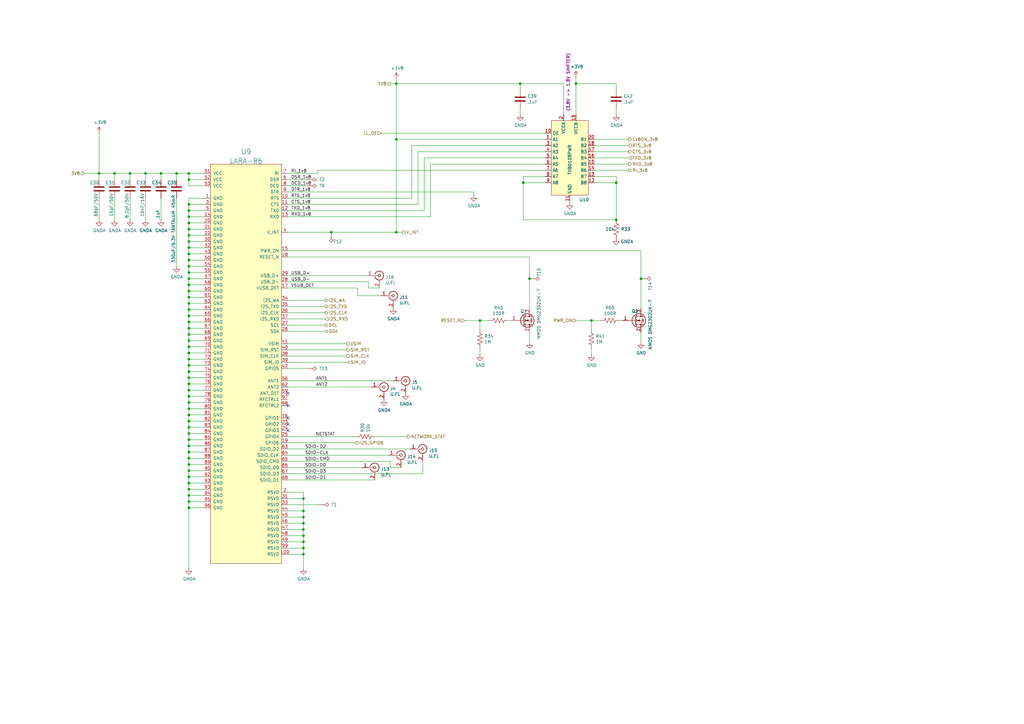
<source format=kicad_sch>
(kicad_sch (version 20231120) (generator "eeschema") (generator_version "8.0")
  (paper "A3")
  (title_block (title "RCP 4G CELLULAR MODEM"))
  (lib_symbols
    (symbol "Connector:Conn_Coaxial" (pin_names (offset 1.016) hide)
      (property "Reference" "J" (at 0.254 3.048 0))
      (property "Value" "Conn_Coaxial" (at 2.921 0 90))
      (symbol "Conn_Coaxial_0_1"
        (arc (start -1.778 -0.508) (mid 0.222 -1.808) (end 1.778 0) (stroke (width 0.254)))
        (polyline (pts (xy -2.54 0) (xy -0.508 0)))
        (polyline (pts (xy 0 -2.54) (xy 0 -1.778)))
        (circle (center 0 0) (radius 0.508) (stroke (width 0.2032)))
        (arc (start 1.778 0) (mid 0.222 1.8083) (end -1.778 0.508) (stroke (width 0.254)))
      )
      (symbol "Conn_Coaxial_1_1"
        (pin passive line (at -5.08 0 0) (length 2.54) (name "In") (number "1"))
        (pin passive line (at 0 -5.08 90) (length 2.54) (name "Ext") (number "2"))
      )
    )
    (symbol "Connector:TestPoint_Alt" (pin_numbers hide) (pin_names (offset 0.762) hide)
      (property "Reference" "TP" (at 0 6.858 0))
      (property "Value" "TestPoint_Alt" (at 0 5.08 0))
      (symbol "TestPoint_Alt_0_1"
        (polyline (pts (xy 0 2.54) (xy -0.762 3.302) (xy 0 4.064) (xy 0.762 3.302) (xy 0 2.54)))
      )
      (symbol "TestPoint_Alt_1_1"
        (pin passive line (at 0 0 90) (length 2.54) (name "1") (number "1"))
      )
    )
    (symbol "Device:C" (pin_numbers hide) (pin_names (offset 0.254))
      (property "Reference" "C" (at 0.635 2.54 0))
      (property "Value" "C" (at 0.635 -2.54 0))
      (symbol "C_0_1"
        (polyline (pts (xy -2.032 -0.762) (xy 2.032 -0.762)) (stroke (width 0.508)))
        (polyline (pts (xy -2.032 0.762) (xy 2.032 0.762)) (stroke (width 0.508)))
      )
      (symbol "C_1_1"
        (pin passive line (at 0 3.81 270) (length 2.794) (name "~") (number "1"))
        (pin passive line (at 0 -3.81 90) (length 2.794) (name "~") (number "2"))
      )
    )
    (symbol "Device:Q_NMOS_GSD" (pin_names (offset 0) hide)
      (property "Reference" "Q" (at 5.08 1.27 0))
      (property "Value" "Q_NMOS_GSD" (at 5.08 -1.27 0))
      (symbol "Q_NMOS_GSD_0_1"
        (polyline (pts (xy 0.254 0) (xy -2.54 0)))
        (polyline (pts (xy 0.254 1.905) (xy 0.254 -1.905)) (stroke (width 0.254)))
        (polyline (pts (xy 0.762 -1.27) (xy 0.762 -2.286)) (stroke (width 0.254)))
        (polyline (pts (xy 0.762 0.508) (xy 0.762 -0.508)) (stroke (width 0.254)))
        (polyline (pts (xy 0.762 2.286) (xy 0.762 1.27)) (stroke (width 0.254)))
        (polyline (pts (xy 2.54 2.54) (xy 2.54 1.778)))
        (polyline (pts (xy 2.54 -2.54) (xy 2.54 0) (xy 0.762 0)))
        (polyline (pts (xy 0.762 -1.778) (xy 3.302 -1.778) (xy 3.302 1.778) (xy 0.762 1.778)))
        (polyline (pts (xy 1.016 0) (xy 2.032 0.381) (xy 2.032 -0.381) (xy 1.016 0)) (fill (type outline)))
        (polyline (pts (xy 2.794 0.508) (xy 2.921 0.381) (xy 3.683 0.381) (xy 3.81 0.254)))
        (polyline (pts (xy 3.302 0.381) (xy 2.921 -0.254) (xy 3.683 -0.254) (xy 3.302 0.381)))
        (circle (center 1.651 0) (radius 2.794) (stroke (width 0.254)))
        (circle (center 2.54 -1.778) (radius 0.254) (fill (type outline)))
        (circle (center 2.54 1.778) (radius 0.254) (fill (type outline)))
      )
      (symbol "Q_NMOS_GSD_1_1"
        (pin input line (at -5.08 0 0) (length 2.54) (name "G") (number "1"))
        (pin passive line (at 2.54 -5.08 90) (length 2.54) (name "S") (number "2"))
        (pin passive line (at 2.54 5.08 270) (length 2.54) (name "D") (number "3"))
      )
    )
    (symbol "Device:R_US" (pin_numbers hide) (pin_names (offset 0))
      (property "Reference" "R" (at 2.54 0 90))
      (property "Value" "R_US" (at -2.54 0 90))
      (symbol "R_US_0_1"
        (polyline (pts (xy 0 -2.286) (xy 0 -2.54)))
        (polyline (pts (xy 0 2.286) (xy 0 2.54)))
        (polyline (pts (xy 0 -0.762) (xy 1.016 -1.143) (xy 0 -1.524) (xy -1.016 -1.905) (xy 0 -2.286)))
        (polyline (pts (xy 0 0.762) (xy 1.016 0.381) (xy 0 0) (xy -1.016 -0.381) (xy 0 -0.762)))
        (polyline (pts (xy 0 2.286) (xy 1.016 1.905) (xy 0 1.524) (xy -1.016 1.143) (xy 0 0.762)))
      )
      (symbol "R_US_1_1"
        (pin passive line (at 0 3.81 270) (length 1.27) (name "~") (number "1"))
        (pin passive line (at 0 -3.81 90) (length 1.27) (name "~") (number "2"))
      )
    )
    (symbol "MyLibrary:LARA-R6" (pin_names (offset 1.016))
      (property "Reference" "U9" (at -14.605 121.92 0))
      (property "Value" "LARA-R6" (at -14.605 118.11 0))
      (symbol "LARA-R6_0_1"
        (rectangle (start -29.21 116.84) (end 0 -46.99) (fill (type background)))
      )
      (symbol "LARA-R6_1_1"
        (pin power_in line (at -31.75 102.87 0) (length 2.54) (name "GND") (number "1"))
        (pin input line (at 2.54 102.87 180) (length 2.54) (name "RTS") (number "10"))
        (pin bidirectional line (at 2.54 -43.18 180) (length 2.54) (name "RSVD") (number "100"))
        (pin output line (at 2.54 100.33 180) (length 2.54) (name "CTS") (number "11"))
        (pin input line (at 2.54 97.79 180) (length 2.54) (name "TXD") (number "12"))
        (pin output line (at 2.54 95.25 180) (length 2.54) (name "RXD") (number "13"))
        (pin power_in line (at -31.75 95.25 0) (length 2.54) (name "GND") (number "14"))
        (pin input line (at 2.54 81.28 180) (length 2.54) (name "PWR_ON") (number "15"))
        (pin bidirectional line (at 2.54 12.7 180) (length 2.54) (name "GPIO1") (number "16"))
        (pin bidirectional line (at 2.54 66.04 180) (length 2.54) (name "VUSB_DET") (number "17"))
        (pin input line (at 2.54 78.74 180) (length 2.54) (name "RESET_N") (number "18"))
        (pin bidirectional line (at 2.54 2.54 180) (length 2.54) (name "GPIO6") (number "19"))
        (pin bidirectional line (at 2.54 -17.78 180) (length 2.54) (name "RSVD") (number "2"))
        (pin power_in line (at -31.75 92.71 0) (length 2.54) (name "GND") (number "20"))
        (pin power_in line (at -31.75 90.17 0) (length 2.54) (name "GND") (number "21"))
        (pin power_in line (at -31.75 87.63 0) (length 2.54) (name "GND") (number "22"))
        (pin bidirectional line (at 2.54 10.16 180) (length 2.54) (name "GPIO2") (number "23"))
        (pin bidirectional line (at 2.54 7.62 180) (length 2.54) (name "GPIO3") (number "24"))
        (pin bidirectional line (at 2.54 5.08 180) (length 2.54) (name "GPIO4") (number "25"))
        (pin bidirectional line (at 2.54 48.26 180) (length 2.54) (name "SDA") (number "26"))
        (pin output line (at 2.54 50.8 180) (length 2.54) (name "SCL") (number "27"))
        (pin bidirectional line (at 2.54 68.58 180) (length 2.54) (name "USB_D-") (number "28"))
        (pin bidirectional line (at 2.54 71.12 180) (length 2.54) (name "USB_D+") (number "29"))
        (pin bidirectional line (at -31.75 100.33 0) (length 2.54) (name "GND") (number "3"))
        (pin power_in line (at -31.75 85.09 0) (length 2.54) (name "GND") (number "30"))
        (pin bidirectional line (at 2.54 -20.32 180) (length 2.54) (name "RSVD") (number "31"))
        (pin power_in line (at -31.75 82.55 0) (length 2.54) (name "GND") (number "32"))
        (pin bidirectional line (at 2.54 -22.86 180) (length 2.54) (name "RSVD") (number "33"))
        (pin output line (at 2.54 60.96 180) (length 2.54) (name "I2S_WA") (number "34"))
        (pin output line (at 2.54 58.42 180) (length 2.54) (name "I2S_TXD") (number "35"))
        (pin output line (at 2.54 55.88 180) (length 2.54) (name "I2S_CLK") (number "36"))
        (pin input line (at 2.54 53.34 180) (length 2.54) (name "I2S_RXD") (number "37"))
        (pin output line (at 2.54 38.1 180) (length 2.54) (name "SIM_CLK") (number "38"))
        (pin bidirectional line (at 2.54 35.56 180) (length 2.54) (name "SIM_IO") (number "39"))
        (pin power_out line (at 2.54 88.9 180) (length 2.54) (name "V_INT") (number "4"))
        (pin output line (at 2.54 40.64 180) (length 2.54) (name "SIM_RST") (number "40"))
        (pin power_out line (at 2.54 43.18 180) (length 2.54) (name "VSIM") (number "41"))
        (pin bidirectional line (at 2.54 33.02 180) (length 2.54) (name "GPIO5") (number "42"))
        (pin power_in line (at -31.75 80.01 0) (length 2.54) (name "GND") (number "43"))
        (pin bidirectional line (at 2.54 -25.4 180) (length 2.54) (name "RSVD") (number "44"))
        (pin bidirectional line (at 2.54 -27.94 180) (length 2.54) (name "RSVD") (number "45"))
        (pin bidirectional line (at 2.54 -30.48 180) (length 2.54) (name "RSVD") (number "46"))
        (pin bidirectional line (at 2.54 -33.02 180) (length 2.54) (name "RSVD") (number "47"))
        (pin bidirectional line (at 2.54 -35.56 180) (length 2.54) (name "RSVD") (number "48"))
        (pin bidirectional line (at 2.54 -38.1 180) (length 2.54) (name "RSVD") (number "49"))
        (pin power_in line (at -31.75 97.79 0) (length 2.54) (name "GND") (number "5"))
        (pin power_in line (at -31.75 77.47 0) (length 2.54) (name "GND") (number "50"))
        (pin power_in line (at -31.75 113.03 0) (length 2.54) (name "VCC") (number "51"))
        (pin power_in line (at -31.75 110.49 0) (length 2.54) (name "VCC") (number "52"))
        (pin power_in line (at -31.75 107.95 0) (length 2.54) (name "VCC") (number "53"))
        (pin power_in line (at -31.75 74.93 0) (length 2.54) (name "GND") (number "54"))
        (pin power_in line (at -31.75 72.39 0) (length 2.54) (name "GND") (number "55"))
        (pin bidirectional line (at 2.54 27.94 180) (length 2.54) (name "ANT1") (number "56"))
        (pin power_in line (at -31.75 69.85 0) (length 2.54) (name "GND") (number "57"))
        (pin power_in line (at -31.75 67.31 0) (length 2.54) (name "GND") (number "58"))
        (pin input line (at 2.54 22.86 180) (length 2.54) (name "ANT_DET") (number "59"))
        (pin output line (at 2.54 110.49 180) (length 2.54) (name "DSR") (number "6"))
        (pin power_in line (at -31.75 64.77 0) (length 2.54) (name "GND") (number "60"))
        (pin power_in line (at -31.75 62.23 0) (length 2.54) (name "GND") (number "61"))
        (pin input line (at 2.54 25.4 180) (length 2.54) (name "ANT2") (number "62"))
        (pin power_in line (at -31.75 59.69 0) (length 2.54) (name "GND") (number "63"))
        (pin bidirectional line (at 2.54 0 180) (length 2.54) (name "SDIO_D2") (number "63"))
        (pin power_in line (at -31.75 57.15 0) (length 2.54) (name "GND") (number "64"))
        (pin output line (at 2.54 -2.54 180) (length 2.54) (name "SDIO_CLK") (number "64"))
        (pin power_in line (at -31.75 54.61 0) (length 2.54) (name "GND") (number "65"))
        (pin bidirectional line (at 2.54 -5.08 180) (length 2.54) (name "SDIO_CMD") (number "65"))
        (pin power_in line (at -31.75 52.07 0) (length 2.54) (name "GND") (number "66"))
        (pin bidirectional line (at 2.54 -7.62 180) (length 2.54) (name "SDIO_D0") (number "66"))
        (pin power_in line (at -31.75 49.53 0) (length 2.54) (name "GND") (number "67"))
        (pin bidirectional line (at 2.54 -10.16 180) (length 2.54) (name "SDIO_D3") (number "67"))
        (pin power_in line (at -31.75 46.99 0) (length 2.54) (name "GND") (number "68"))
        (pin bidirectional line (at 2.54 -12.7 180) (length 2.54) (name "SDIO_D1") (number "68"))
        (pin power_in line (at -31.75 44.45 0) (length 2.54) (name "GND") (number "69"))
        (pin output line (at 2.54 113.03 180) (length 2.54) (name "RI") (number "7"))
        (pin power_in line (at -31.75 41.91 0) (length 2.54) (name "GND") (number "70"))
        (pin power_in line (at -31.75 39.37 0) (length 2.54) (name "GND") (number "71"))
        (pin power_in line (at -31.75 36.83 0) (length 2.54) (name "GND") (number "72"))
        (pin power_in line (at -31.75 34.29 0) (length 2.54) (name "GND") (number "73"))
        (pin power_in line (at -31.75 31.75 0) (length 2.54) (name "GND") (number "74"))
        (pin power_in line (at -31.75 29.21 0) (length 2.54) (name "GND") (number "75"))
        (pin power_in line (at -31.75 26.67 0) (length 2.54) (name "GND") (number "76"))
        (pin power_in line (at -31.75 24.13 0) (length 2.54) (name "GND") (number "77"))
        (pin power_in line (at -31.75 21.59 0) (length 2.54) (name "GND") (number "78"))
        (pin power_in line (at -31.75 19.05 0) (length 2.54) (name "GND") (number "79"))
        (pin output line (at 2.54 107.95 180) (length 2.54) (name "DCD") (number "8"))
        (pin power_in line (at -31.75 16.51 0) (length 2.54) (name "GND") (number "80"))
        (pin power_in line (at -31.75 13.97 0) (length 2.54) (name "GND") (number "81"))
        (pin power_in line (at -31.75 11.43 0) (length 2.54) (name "GND") (number "82"))
        (pin power_in line (at -31.75 8.89 0) (length 2.54) (name "GND") (number "83"))
        (pin power_in line (at -31.75 6.35 0) (length 2.54) (name "GND") (number "84"))
        (pin power_in line (at -31.75 3.81 0) (length 2.54) (name "GND") (number "85"))
        (pin power_in line (at -31.75 1.27 0) (length 2.54) (name "GND") (number "86"))
        (pin power_in line (at -31.75 -1.27 0) (length 2.54) (name "GND") (number "87"))
        (pin power_in line (at -31.75 -3.81 0) (length 2.54) (name "GND") (number "88"))
        (pin power_in line (at -31.75 -6.35 0) (length 2.54) (name "GND") (number "89"))
        (pin input line (at 2.54 105.41 180) (length 2.54) (name "DTR") (number "9"))
        (pin power_in line (at -31.75 -8.89 0) (length 2.54) (name "GND") (number "90"))
        (pin power_in line (at -31.75 -11.43 0) (length 2.54) (name "GND") (number "92"))
        (pin power_in line (at -31.75 -16.51 0) (length 2.54) (name "GND") (number "93"))
        (pin power_in line (at -31.75 -13.97 0) (length 2.54) (name "GND") (number "93"))
        (pin power_in line (at -31.75 -19.05 0) (length 2.54) (name "GND") (number "94"))
        (pin power_in line (at -31.75 -21.59 0) (length 2.54) (name "GND") (number "95"))
        (pin power_in line (at -31.75 -24.13 0) (length 2.54) (name "GND") (number "96"))
        (pin output line (at 2.54 20.32 180) (length 2.54) (name "RFCTRL1") (number "97"))
        (pin output line (at 2.54 17.78 180) (length 2.54) (name "RFCTRL2") (number "98"))
        (pin bidirectional line (at 2.54 -40.64 180) (length 2.54) (name "RSVD") (number "99"))
      )
    )
    (symbol "MyLibrary:TXB0108PWR"
      (property "Reference" "U" (at 1.27 7.62 0))
      (property "Value" "TXB0108PWR" (at 0 -0.635 90))
      (symbol "TXB0108PWR_0_1"
        (rectangle (start -7.62 13.97) (end 7.62 -16.51) (fill (type background)))
      )
      (symbol "TXB0108PWR_1_1"
        (pin bidirectional line (at -10.16 6.35 0) (length 2.54) (name "A1") (number "1"))
        (pin bidirectional line (at -10.16 8.89 0) (length 2.54) (name "OE") (number "10"))
        (pin bidirectional line (at 0 -19.05 90) (length 2.54) (name "GND") (number "11"))
        (pin bidirectional line (at 10.16 -11.43 180) (length 2.54) (name "B8") (number "12"))
        (pin bidirectional line (at 10.16 -8.89 180) (length 2.54) (name "B7") (number "13"))
        (pin bidirectional line (at 10.16 -6.35 180) (length 2.54) (name "B6") (number "14"))
        (pin bidirectional line (at 10.16 -3.81 180) (length 2.54) (name "B5") (number "15"))
        (pin bidirectional line (at 10.16 -1.27 180) (length 2.54) (name "B4") (number "16"))
        (pin bidirectional line (at 10.16 1.27 180) (length 2.54) (name "B3") (number "17"))
        (pin bidirectional line (at 10.16 3.81 180) (length 2.54) (name "B2") (number "18"))
        (pin bidirectional line (at 2.54 16.51 270) (length 2.54) (name "VCCB") (number "19"))
        (pin bidirectional line (at -2.54 16.51 270) (length 2.54) (name "VCCA") (number "2"))
        (pin bidirectional line (at 10.16 6.35 180) (length 2.54) (name "B1") (number "20"))
        (pin bidirectional line (at -10.16 3.81 0) (length 2.54) (name "A2") (number "3"))
        (pin bidirectional line (at -10.16 1.27 0) (length 2.54) (name "A3") (number "4"))
        (pin bidirectional line (at -10.16 -1.27 0) (length 2.54) (name "A4") (number "5"))
        (pin bidirectional line (at -10.16 -3.81 0) (length 2.54) (name "A5") (number "6"))
        (pin bidirectional line (at -10.16 -6.35 0) (length 2.54) (name "A6") (number "7"))
        (pin bidirectional line (at -10.16 -8.89 0) (length 2.54) (name "A7") (number "8"))
        (pin bidirectional line (at -10.16 -11.43 0) (length 2.54) (name "A8") (number "9"))
      )
    )
    (symbol "power:+1V8" (power) (pin_names (offset 0))
      (property "Value" "+1V8" (at 0 3.556 0))
      (symbol "+1V8_0_1"
        (polyline (pts (xy -0.762 1.27) (xy 0 2.54)))
        (polyline (pts (xy 0 0) (xy 0 2.54)))
        (polyline (pts (xy 0 2.54) (xy 0.762 1.27)))
      )
      (symbol "+1V8_1_1"
        (pin power_in line (at 0 0 90) (length 0) hide (name "+1V8") (number "1"))
      )
    )
    (symbol "power:+3V8" (power) (pin_names (offset 0))
      (property "Value" "+3V8" (at 0 3.556 0))
      (symbol "+3V8_0_1"
        (polyline (pts (xy -0.762 1.27) (xy 0 2.54)))
        (polyline (pts (xy 0 0) (xy 0 2.54)))
        (polyline (pts (xy 0 2.54) (xy 0.762 1.27)))
      )
      (symbol "+3V8_1_1"
        (pin power_in line (at 0 0 90) (length 0) hide (name "+3V8") (number "1"))
      )
    )
    (symbol "power:GND" (power) (pin_names (offset 0))
      (property "Value" "GND" (at 0 -3.81 0))
      (symbol "GND_0_1"
        (polyline (pts (xy 0 0) (xy 0 -1.27) (xy 1.27 -1.27) (xy 0 -2.54) (xy -1.27 -1.27) (xy 0 -1.27)))
      )
      (symbol "GND_1_1"
        (pin power_in line (at 0 0 270) (length 0) hide (name "GND") (number "1"))
      )
    )
    (symbol "power:GNDA" (power) (pin_names (offset 0))
      (property "Value" "GNDA" (at 0 -3.81 0))
      (symbol "GNDA_0_1"
        (polyline (pts (xy 0 0) (xy 0 -1.27) (xy 1.27 -1.27) (xy 0 -2.54) (xy -1.27 -1.27) (xy 0 -1.27)))
      )
      (symbol "GNDA_1_1"
        (pin power_in line (at 0 0 270) (length 0) hide (name "GNDA") (number "1"))
      )
    )
  )
  (junction (at 77.47 93.98))
  (junction (at 77.47 193.04))
  (junction (at 77.47 203.2))
  (junction (at 214.63 74.93))
  (junction (at 162.56 95.25))
  (junction (at 77.47 187.96))
  (junction (at 77.47 116.84))
  (junction (at 252.73 90.17))
  (junction (at 77.47 200.66))
  (junction (at 77.47 152.4))
  (junction (at 196.85 131.445))
  (junction (at 77.47 205.74))
  (junction (at 77.47 142.24))
  (junction (at 77.47 106.68))
  (junction (at 77.47 124.46))
  (junction (at 217.17 114.3))
  (junction (at 77.47 129.54))
  (junction (at 77.47 170.18))
  (junction (at 77.47 195.58))
  (junction (at 124.46 227.33))
  (junction (at 77.47 157.48))
  (junction (at 77.47 114.3))
  (junction (at 77.47 137.16))
  (junction (at 77.47 198.12))
  (junction (at 72.39 71.12))
  (junction (at 213.36 34.29))
  (junction (at 77.47 162.56))
  (junction (at 124.46 222.25))
  (junction (at 53.34 71.12))
  (junction (at 242.57 131.445))
  (junction (at 77.47 88.9))
  (junction (at 262.89 114.3))
  (junction (at 124.46 209.55))
  (junction (at 124.46 214.63))
  (junction (at 66.04 71.12))
  (junction (at 77.47 139.7))
  (junction (at 77.47 111.76))
  (junction (at 77.47 190.5))
  (junction (at 77.47 185.42))
  (junction (at 77.47 175.26))
  (junction (at 162.56 34.29))
  (junction (at 77.47 83.82))
  (junction (at 77.47 104.14))
  (junction (at 77.47 121.92))
  (junction (at 77.47 144.78))
  (junction (at 135.89 95.25))
  (junction (at 77.47 182.88))
  (junction (at 40.64 71.12))
  (junction (at 77.47 99.06))
  (junction (at 77.47 101.6))
  (junction (at 77.47 109.22))
  (junction (at 77.47 71.12))
  (junction (at 236.22 34.29))
  (junction (at 77.47 180.34))
  (junction (at 77.47 208.28))
  (junction (at 77.47 134.62))
  (junction (at 59.69 71.12))
  (junction (at 77.47 119.38))
  (junction (at 77.47 165.1))
  (junction (at 162.56 57.15))
  (junction (at 77.47 147.32))
  (junction (at 77.47 160.02))
  (junction (at 77.47 172.72))
  (junction (at 77.47 127))
  (junction (at 77.47 177.8))
  (junction (at 124.46 204.47))
  (junction (at 77.47 73.66))
  (junction (at 77.47 154.94))
  (junction (at 124.46 219.71))
  (junction (at 46.99 71.12))
  (junction (at 77.47 167.64))
  (junction (at 124.46 212.09))
  (junction (at 252.73 74.93))
  (junction (at 77.47 149.86))
  (junction (at 77.47 132.08))
  (junction (at 77.47 91.44))
  (junction (at 77.47 96.52))
  (junction (at 124.46 224.79))
  (junction (at 124.46 217.17))
  (junction (at 77.47 86.36))
  (no_connect (at 118.11 176.53))
  (no_connect (at 118.11 173.99))
  (no_connect (at 118.11 166.37))
  (no_connect (at 118.11 171.45))
  (no_connect (at 118.11 161.29))
  (wire (pts (xy 77.47 152.4) (xy 77.47 154.94)))
  (wire (pts (xy 77.47 76.2) (xy 83.82 76.2)))
  (wire (pts (xy 77.47 137.16) (xy 83.82 137.16)))
  (wire (pts (xy 173.355 194.31) (xy 173.355 189.23)))
  (wire (pts (xy 77.47 111.76) (xy 83.82 111.76)))
  (wire (pts (xy 77.47 167.64) (xy 77.47 170.18)))
  (wire (pts (xy 252.73 90.17) (xy 252.73 74.93)))
  (wire (pts (xy 59.69 90.17) (xy 59.69 81.28)))
  (wire (pts (xy 176.53 67.31) (xy 176.53 88.9)))
  (wire (pts (xy 77.47 116.84) (xy 77.47 119.38)))
  (wire (pts (xy 242.57 145.415) (xy 242.57 142.875)))
  (wire (pts (xy 77.47 190.5) (xy 77.47 193.04)))
  (wire (pts (xy 77.47 187.96) (xy 83.82 187.96)))
  (wire (pts (xy 77.47 106.68) (xy 83.82 106.68)))
  (wire (pts (xy 124.46 214.63) (xy 124.46 217.17)))
  (wire (pts (xy 77.47 195.58) (xy 77.47 198.12)))
  (wire (pts (xy 118.11 212.09) (xy 124.46 212.09)))
  (wire (pts (xy 118.11 191.77) (xy 148.59 191.77)))
  (wire (pts (xy 243.84 64.77) (xy 257.81 64.77)))
  (wire (pts (xy 77.47 86.36) (xy 77.47 88.9)))
  (wire (pts (xy 40.64 73.66) (xy 40.64 71.12)))
  (wire (pts (xy 77.47 165.1) (xy 77.47 167.64)))
  (wire (pts (xy 118.11 125.73) (xy 133.35 125.73)))
  (wire (pts (xy 53.34 71.12) (xy 46.99 71.12)))
  (wire (pts (xy 83.82 114.3) (xy 77.47 114.3)))
  (wire (pts (xy 118.11 115.57) (xy 151.13 115.57)))
  (wire (pts (xy 208.28 131.445) (xy 209.55 131.445)))
  (wire (pts (xy 77.47 149.86) (xy 77.47 152.4)))
  (wire (pts (xy 124.46 217.17) (xy 124.46 219.71)))
  (wire (pts (xy 118.11 222.25) (xy 124.46 222.25)))
  (wire (pts (xy 236.22 131.445) (xy 242.57 131.445)))
  (wire (pts (xy 77.47 160.02) (xy 77.47 162.56)))
  (wire (pts (xy 135.89 95.25) (xy 162.56 95.25)))
  (wire (pts (xy 77.47 104.14) (xy 77.47 106.68)))
  (wire (pts (xy 83.82 160.02) (xy 77.47 160.02)))
  (wire (pts (xy 118.11 143.51) (xy 142.24 143.51)))
  (wire (pts (xy 124.46 212.09) (xy 124.46 214.63)))
  (wire (pts (xy 262.89 136.525) (xy 262.89 140.335)))
  (wire (pts (xy 118.11 81.28) (xy 168.91 81.28)))
  (wire (pts (xy 153.67 179.07) (xy 167.005 179.07)))
  (wire (pts (xy 83.82 81.28) (xy 77.47 81.28)))
  (wire (pts (xy 59.69 71.12) (xy 66.04 71.12)))
  (wire (pts (xy 83.82 88.9) (xy 77.47 88.9)))
  (wire (pts (xy 77.47 116.84) (xy 83.82 116.84)))
  (wire (pts (xy 77.47 162.56) (xy 77.47 165.1)))
  (wire (pts (xy 77.47 200.66) (xy 77.47 203.2)))
  (wire (pts (xy 77.47 71.12) (xy 77.47 73.66)))
  (wire (pts (xy 118.11 105.41) (xy 217.17 105.41)))
  (wire (pts (xy 252.73 72.39) (xy 252.73 74.93)))
  (wire (pts (xy 118.11 189.23) (xy 160.02 189.23)))
  (wire (pts (xy 83.82 104.14) (xy 77.47 104.14)))
  (wire (pts (xy 77.47 187.96) (xy 77.47 190.5)))
  (wire (pts (xy 77.47 193.04) (xy 83.82 193.04)))
  (wire (pts (xy 160.02 34.29) (xy 162.56 34.29)))
  (wire (pts (xy 77.47 121.92) (xy 77.47 124.46)))
  (wire (pts (xy 77.47 101.6) (xy 77.47 104.14)))
  (wire (pts (xy 151.13 118.11) (xy 151.13 115.57)))
  (wire (pts (xy 118.11 86.36) (xy 173.99 86.36)))
  (wire (pts (xy 77.47 73.66) (xy 77.47 76.2)))
  (wire (pts (xy 77.47 106.68) (xy 77.47 109.22)))
  (wire (pts (xy 77.47 127) (xy 83.82 127)))
  (wire (pts (xy 77.47 119.38) (xy 77.47 121.92)))
  (wire (pts (xy 77.47 203.2) (xy 77.47 205.74)))
  (wire (pts (xy 223.52 67.31) (xy 176.53 67.31)))
  (wire (pts (xy 77.47 91.44) (xy 77.47 93.98)))
  (wire (pts (xy 77.47 198.12) (xy 83.82 198.12)))
  (wire (pts (xy 77.47 177.8) (xy 77.47 180.34)))
  (wire (pts (xy 217.17 105.41) (xy 217.17 114.3)))
  (wire (pts (xy 77.47 157.48) (xy 83.82 157.48)))
  (wire (pts (xy 118.11 201.93) (xy 124.46 201.93)))
  (wire (pts (xy 83.82 182.88) (xy 77.47 182.88)))
  (wire (pts (xy 118.11 102.87) (xy 262.89 102.87)))
  (wire (pts (xy 77.47 182.88) (xy 77.47 185.42)))
  (wire (pts (xy 252.73 34.29) (xy 252.73 36.83)))
  (wire (pts (xy 83.82 139.7) (xy 77.47 139.7)))
  (wire (pts (xy 83.82 154.94) (xy 77.47 154.94)))
  (wire (pts (xy 77.47 132.08) (xy 83.82 132.08)))
  (wire (pts (xy 173.99 64.77) (xy 223.52 64.77)))
  (wire (pts (xy 83.82 195.58) (xy 77.47 195.58)))
  (wire (pts (xy 77.47 172.72) (xy 83.82 172.72)))
  (wire (pts (xy 72.39 109.22) (xy 72.39 81.28)))
  (wire (pts (xy 118.11 156.21) (xy 161.29 156.21)))
  (wire (pts (xy 40.64 90.17) (xy 40.64 81.28)))
  (wire (pts (xy 77.47 142.24) (xy 83.82 142.24)))
  (wire (pts (xy 118.11 186.69) (xy 159.385 186.69)))
  (wire (pts (xy 214.63 90.17) (xy 252.73 90.17)))
  (wire (pts (xy 66.04 90.17) (xy 66.04 81.28)))
  (wire (pts (xy 77.47 172.72) (xy 77.47 175.26)))
  (wire (pts (xy 34.29 71.12) (xy 40.64 71.12)))
  (wire (pts (xy 77.47 185.42) (xy 77.47 187.96)))
  (wire (pts (xy 223.52 54.61) (xy 156.21 54.61)))
  (wire (pts (xy 124.46 201.93) (xy 124.46 204.47)))
  (wire (pts (xy 77.47 175.26) (xy 77.47 177.8)))
  (wire (pts (xy 257.81 67.31) (xy 243.84 67.31)))
  (wire (pts (xy 165.1 95.25) (xy 162.56 95.25)))
  (wire (pts (xy 243.84 57.15) (xy 257.81 57.15)))
  (wire (pts (xy 118.11 179.07) (xy 146.05 179.07)))
  (wire (pts (xy 77.47 142.24) (xy 77.47 144.78)))
  (wire (pts (xy 77.47 101.6) (xy 83.82 101.6)))
  (wire (pts (xy 217.17 114.3) (xy 217.17 126.365)))
  (wire (pts (xy 196.85 135.255) (xy 196.85 131.445)))
  (wire (pts (xy 118.11 207.01) (xy 130.81 207.01)))
  (wire (pts (xy 146.685 118.11) (xy 146.685 121.285)))
  (wire (pts (xy 262.89 102.87) (xy 262.89 114.3)))
  (wire (pts (xy 155.575 118.11) (xy 151.13 118.11)))
  (wire (pts (xy 124.46 224.79) (xy 124.46 227.33)))
  (wire (pts (xy 77.47 139.7) (xy 77.47 142.24)))
  (wire (pts (xy 77.47 124.46) (xy 77.47 127)))
  (wire (pts (xy 77.47 208.28) (xy 77.47 233.045)))
  (wire (pts (xy 77.47 71.12) (xy 83.82 71.12)))
  (wire (pts (xy 124.46 224.79) (xy 118.11 224.79)))
  (wire (pts (xy 77.47 152.4) (xy 83.82 152.4)))
  (wire (pts (xy 77.47 157.48) (xy 77.47 160.02)))
  (wire (pts (xy 83.82 124.46) (xy 77.47 124.46)))
  (wire (pts (xy 231.14 46.99) (xy 231.14 34.29)))
  (wire (pts (xy 77.47 93.98) (xy 77.47 96.52)))
  (wire (pts (xy 118.11 123.19) (xy 133.35 123.19)))
  (wire (pts (xy 196.85 131.445) (xy 200.66 131.445)))
  (wire (pts (xy 77.47 91.44) (xy 83.82 91.44)))
  (wire (pts (xy 162.56 34.29) (xy 213.36 34.29)))
  (wire (pts (xy 77.47 198.12) (xy 77.47 200.66)))
  (wire (pts (xy 173.99 86.36) (xy 173.99 64.77)))
  (wire (pts (xy 77.47 96.52) (xy 77.47 99.06)))
  (wire (pts (xy 118.11 148.59) (xy 142.24 148.59)))
  (wire (pts (xy 118.11 76.2) (xy 125.73 76.2)))
  (wire (pts (xy 223.52 74.93) (xy 214.63 74.93)))
  (wire (pts (xy 77.47 137.16) (xy 77.47 139.7)))
  (wire (pts (xy 77.47 132.08) (xy 77.47 134.62)))
  (wire (pts (xy 59.69 73.66) (xy 59.69 71.12)))
  (wire (pts (xy 118.11 88.9) (xy 176.53 88.9)))
  (wire (pts (xy 124.46 209.55) (xy 124.46 212.09)))
  (wire (pts (xy 83.82 200.66) (xy 77.47 200.66)))
  (wire (pts (xy 83.82 149.86) (xy 77.47 149.86)))
  (wire (pts (xy 243.84 72.39) (xy 252.73 72.39)))
  (wire (pts (xy 243.84 59.69) (xy 257.81 59.69)))
  (wire (pts (xy 252.73 46.99) (xy 252.73 44.45)))
  (wire (pts (xy 233.68 83.185) (xy 233.68 82.55)))
  (wire (pts (xy 77.47 203.2) (xy 83.82 203.2)))
  (wire (pts (xy 168.91 59.69) (xy 223.52 59.69)))
  (wire (pts (xy 77.47 83.82) (xy 77.47 86.36)))
  (wire (pts (xy 77.47 109.22) (xy 77.47 111.76)))
  (wire (pts (xy 118.11 130.81) (xy 133.35 130.81)))
  (wire (pts (xy 118.11 95.25) (xy 135.89 95.25)))
  (wire (pts (xy 236.22 46.99) (xy 236.22 34.29)))
  (wire (pts (xy 124.46 209.55) (xy 118.11 209.55)))
  (wire (pts (xy 77.47 154.94) (xy 77.47 157.48)))
  (wire (pts (xy 124.46 219.71) (xy 118.11 219.71)))
  (wire (pts (xy 77.47 111.76) (xy 77.47 114.3)))
  (wire (pts (xy 83.82 119.38) (xy 77.47 119.38)))
  (wire (pts (xy 77.47 121.92) (xy 83.82 121.92)))
  (wire (pts (xy 83.82 190.5) (xy 77.47 190.5)))
  (wire (pts (xy 118.11 158.75) (xy 152.4 158.75)))
  (wire (pts (xy 83.82 205.74) (xy 77.47 205.74)))
  (wire (pts (xy 53.34 71.12) (xy 59.69 71.12)))
  (wire (pts (xy 213.36 36.83) (xy 213.36 34.29)))
  (wire (pts (xy 243.84 69.85) (xy 257.81 69.85)))
  (wire (pts (xy 118.11 181.61) (xy 146.05 181.61)))
  (wire (pts (xy 77.47 180.34) (xy 77.47 182.88)))
  (wire (pts (xy 77.47 193.04) (xy 77.47 195.58)))
  (wire (pts (xy 83.82 144.78) (xy 77.47 144.78)))
  (wire (pts (xy 118.11 194.31) (xy 173.355 194.31)))
  (wire (pts (xy 77.47 147.32) (xy 77.47 149.86)))
  (wire (pts (xy 236.22 34.29) (xy 252.73 34.29)))
  (wire (pts (xy 83.82 109.22) (xy 77.47 109.22)))
  (wire (pts (xy 118.11 146.05) (xy 142.24 146.05)))
  (wire (pts (xy 223.52 69.85) (xy 130.175 69.85)))
  (wire (pts (xy 236.22 34.29) (xy 236.22 31.75)))
  (wire (pts (xy 190.5 131.445) (xy 196.85 131.445)))
  (wire (pts (xy 83.82 177.8) (xy 77.47 177.8)))
  (wire (pts (xy 168.91 81.28) (xy 168.91 59.69)))
  (wire (pts (xy 118.11 196.85) (xy 153.67 196.85)))
  (wire (pts (xy 77.47 167.64) (xy 83.82 167.64)))
  (wire (pts (xy 83.82 83.82) (xy 77.47 83.82)))
  (wire (pts (xy 77.47 129.54) (xy 77.47 132.08)))
  (wire (pts (xy 118.11 204.47) (xy 124.46 204.47)))
  (wire (pts (xy 217.17 136.525) (xy 217.17 140.335)))
  (wire (pts (xy 83.82 93.98) (xy 77.47 93.98)))
  (wire (pts (xy 118.11 184.15) (xy 168.275 184.15)))
  (wire (pts (xy 213.36 34.29) (xy 231.14 34.29)))
  (wire (pts (xy 66.04 73.66) (xy 66.04 71.12)))
  (wire (pts (xy 83.82 185.42) (xy 77.47 185.42)))
  (wire (pts (xy 118.11 118.11) (xy 146.685 118.11)))
  (wire (pts (xy 162.56 32.385) (xy 162.56 34.29)))
  (wire (pts (xy 130.175 69.85) (xy 130.175 71.12)))
  (wire (pts (xy 118.11 217.17) (xy 124.46 217.17)))
  (wire (pts (xy 171.45 62.23) (xy 171.45 83.82)))
  (wire (pts (xy 77.47 147.32) (xy 83.82 147.32)))
  (wire (pts (xy 160.02 191.77) (xy 164.465 191.77)))
  (wire (pts (xy 77.47 127) (xy 77.47 129.54)))
  (wire (pts (xy 125.73 73.66) (xy 118.11 73.66)))
  (wire (pts (xy 77.47 180.34) (xy 83.82 180.34)))
  (wire (pts (xy 77.47 162.56) (xy 83.82 162.56)))
  (wire (pts (xy 243.84 74.93) (xy 252.73 74.93)))
  (wire (pts (xy 77.47 170.18) (xy 77.47 172.72)))
  (wire (pts (xy 162.56 34.29) (xy 162.56 57.15)))
  (wire (pts (xy 83.82 99.06) (xy 77.47 99.06)))
  (wire (pts (xy 124.46 219.71) (xy 124.46 222.25)))
  (wire (pts (xy 118.11 227.33) (xy 124.46 227.33)))
  (wire (pts (xy 83.82 73.66) (xy 77.47 73.66)))
  (wire (pts (xy 118.11 128.27) (xy 133.35 128.27)))
  (wire (pts (xy 118.11 71.12) (xy 130.175 71.12)))
  (wire (pts (xy 118.11 133.35) (xy 133.35 133.35)))
  (wire (pts (xy 162.56 57.15) (xy 223.52 57.15)))
  (wire (pts (xy 242.57 131.445) (xy 246.38 131.445)))
  (wire (pts (xy 83.82 175.26) (xy 77.47 175.26)))
  (wire (pts (xy 77.47 208.28) (xy 83.82 208.28)))
  (wire (pts (xy 46.99 71.12) (xy 40.64 71.12)))
  (wire (pts (xy 162.56 95.25) (xy 162.56 57.15)))
  (wire (pts (xy 223.52 62.23) (xy 171.45 62.23)))
  (wire (pts (xy 196.85 145.415) (xy 196.85 142.875)))
  (wire (pts (xy 160.02 189.23) (xy 160.02 191.77)))
  (wire (pts (xy 146.685 121.285) (xy 156.21 121.285)))
  (wire (pts (xy 77.47 86.36) (xy 83.82 86.36)))
  (wire (pts (xy 66.04 71.12) (xy 72.39 71.12)))
  (wire (pts (xy 118.11 83.82) (xy 171.45 83.82)))
  (wire (pts (xy 46.99 73.66) (xy 46.99 71.12)))
  (wire (pts (xy 257.81 62.23) (xy 243.84 62.23)))
  (wire (pts (xy 118.11 140.97) (xy 142.24 140.97)))
  (wire (pts (xy 72.39 73.66) (xy 72.39 71.12)))
  (wire (pts (xy 77.47 96.52) (xy 83.82 96.52)))
  (wire (pts (xy 83.82 134.62) (xy 77.47 134.62)))
  (wire (pts (xy 262.89 114.3) (xy 262.89 126.365)))
  (wire (pts (xy 77.47 88.9) (xy 77.47 91.44)))
  (wire (pts (xy 214.63 72.39) (xy 214.63 74.93)))
  (wire (pts (xy 124.46 222.25) (xy 124.46 224.79)))
  (wire (pts (xy 77.47 81.28) (xy 77.47 83.82)))
  (wire (pts (xy 72.39 71.12) (xy 77.47 71.12)))
  (wire (pts (xy 118.11 113.03) (xy 150.495 113.03)))
  (wire (pts (xy 124.46 204.47) (xy 124.46 209.55)))
  (wire (pts (xy 118.11 151.13) (xy 125.73 151.13)))
  (wire (pts (xy 124.46 214.63) (xy 118.11 214.63)))
  (wire (pts (xy 53.34 73.66) (xy 53.34 71.12)))
  (wire (pts (xy 124.46 227.33) (xy 124.46 233.045)))
  (wire (pts (xy 77.47 205.74) (xy 77.47 208.28)))
  (wire (pts (xy 223.52 72.39) (xy 214.63 72.39)))
  (wire (pts (xy 118.11 78.74) (xy 194.31 78.74)))
  (wire (pts (xy 83.82 129.54) (xy 77.47 129.54)))
  (wire (pts (xy 77.47 144.78) (xy 77.47 147.32)))
  (wire (pts (xy 53.34 90.17) (xy 53.34 81.28)))
  (wire (pts (xy 40.64 54.61) (xy 40.64 71.12)))
  (wire (pts (xy 242.57 135.255) (xy 242.57 131.445)))
  (wire (pts (xy 213.36 44.45) (xy 213.36 46.99)))
  (wire (pts (xy 254 131.445) (xy 255.27 131.445)))
  (wire (pts (xy 77.47 114.3) (xy 77.47 116.84)))
  (wire (pts (xy 194.31 78.74) (xy 194.31 80.01)))
  (wire (pts (xy 46.99 90.17) (xy 46.99 81.28)))
  (wire (pts (xy 77.47 134.62) (xy 77.47 137.16)))
  (wire (pts (xy 83.82 170.18) (xy 77.47 170.18)))
  (wire (pts (xy 118.11 135.89) (xy 133.35 135.89)))
  (wire (pts (xy 77.47 99.06) (xy 77.47 101.6)))
  (wire (pts (xy 214.63 74.93) (xy 214.63 90.17)))
  (wire (pts (xy 83.82 165.1) (xy 77.47 165.1)))
  (label "TXD_1v8" (at 119.38 86.36 0))
  (label "RXD_1v8" (at 119.38 88.9 0))
  (label "SDIO-CLK" (at 125.095 186.69 0))
  (label "USB_D-" (at 119.38 115.57 0))
  (label "ANT1" (at 129.54 156.21 0))
  (label "DSR_1v8" (at 119.38 73.66 0))
  (label "SDIO-D2" (at 125.095 184.15 0))
  (label "RTS_1v8" (at 119.38 81.28 0))
  (label "ANT2" (at 129.54 158.75 0))
  (label "VSUB_DET" (at 119.38 118.11 0))
  (label "CTS_1v8" (at 119.38 83.82 0))
  (label "SDIO-D1" (at 125.095 196.85 0))
  (label "USB_D+" (at 119.38 113.03 0))
  (label "DCD_1v8" (at 119.38 76.2 0))
  (label "SDIO-D0" (at 125.095 191.77 0))
  (label "DTR_1v8" (at 119.38 78.74 0))
  (label "NETSTAT" (at 129.54 179.07 0))
  (label "SDIO-D3" (at 125.095 194.31 0))
  (label "RI_1v8" (at 119.38 71.12 0))
  (label "SDIO-CMD" (at 125.095 189.23 0))
  (hierarchical_label "NETWORK_STAT" (shape output) (at 167.005 179.07 0))
  (hierarchical_label "SIM_IO" (shape bidirectional) (at 142.24 148.59 0))
  (hierarchical_label "SCL" (shape output) (at 133.35 133.35 0))
  (hierarchical_label "SIM_CLK" (shape output) (at 142.24 146.05 0))
  (hierarchical_label "3V8" (shape output) (at 34.29 71.12 180))
  (hierarchical_label "1v8ON_3v8" (shape output) (at 257.81 57.15 0))
  (hierarchical_label "VSIM" (shape output) (at 142.24 140.97 0))
  (hierarchical_label "RTS_3v8" (shape input) (at 257.81 59.69 0))
  (hierarchical_label "RXD_3v8" (shape output) (at 257.81 67.31 0))
  (hierarchical_label "TXD_3v8" (shape input) (at 257.81 64.77 0))
  (hierarchical_label "CTS_3v8" (shape output) (at 257.81 62.23 0))
  (hierarchical_label "I2S_GPIO6" (shape output) (at 146.05 181.61 0))
  (hierarchical_label "RI_3v8" (shape output) (at 257.81 69.85 0))
  (hierarchical_label "LL_OE" (shape input) (at 156.21 54.61 180))
  (hierarchical_label "I2S_TXD" (shape output) (at 133.35 125.73 0))
  (hierarchical_label "I2S_RXD" (shape input) (at 133.35 130.81 0))
  (hierarchical_label "SDA" (shape bidirectional) (at 133.35 135.89 0))
  (hierarchical_label "SIM_RST" (shape output) (at 142.24 143.51 0))
  (hierarchical_label "V_INT" (shape output) (at 165.1 95.25 0))
  (hierarchical_label "PWR_ON" (shape input) (at 236.22 131.445 180))
  (hierarchical_label "1V8" (shape output) (at 160.02 34.29 180))
  (hierarchical_label "I2S_CLK" (shape output) (at 133.35 128.27 0))
  (hierarchical_label "I2S_WA" (shape output) (at 133.35 123.19 0))
  (hierarchical_label "RESET_N" (shape input) (at 190.5 131.445 180))
  (symbol (lib_id "power:+3V8") (at 236.22 31.75 0) (unit 1)
    (property "Reference" "#PWR0182" (effects (hide yes)))
    (property "Value" "+3V8" (at 236.601 27.3558 0))
  )
  (symbol (lib_id "Device:C") (at 213.36 40.64 0) (unit 1)
    (property "Reference" "C39" (at 216.281 39.4716 0) (effects (justify left)))
    (property "Value" ".1uF" (at 216.281 41.783 0) (effects (justify left)))
    (property "Footprint" "Capacitor_SMD:C_0603_1608Metric" (effects (hide yes)))
    (property "Mfg. Name" "Walsin" (effects (hide yes)))
    (property "Mfg. Part No." "0603B104K250CT" (effects (hide yes)))
  )
  (symbol (lib_id "Device:C") (at 252.73 40.64 0) (unit 1)
    (property "Reference" "C42" (at 255.651 39.4716 0) (effects (justify left)))
    (property "Value" ".1uF" (at 255.651 41.783 0) (effects (justify left)))
    (property "Footprint" "Capacitor_SMD:C_0603_1608Metric" (effects (hide yes)))
    (property "Mfg. Name" "Walsin" (effects (hide yes)))
    (property "Mfg. Part No." "0603B104K250CT" (effects (hide yes)))
  )
  (symbol (lib_id "Connector:Conn_Coaxial") (at 157.48 158.75 0) (unit 1)
    (property "Reference" "J4" (at 159.9946 159.3596 0) (effects (justify left)))
    (property "Value" "U.FL" (at 159.9946 161.671 0) (effects (justify left)))
    (property "Footprint" "MyFootprints:U.FL_Molex_MCRF_73412-0110_Vertical" (effects (hide yes)))
    (property "Datasheet" " ~" (effects (hide yes)))
    (property "Mfg. Name" "Molex" (effects (hide yes)))
    (property "Mfg. Part No." "0734120110" (effects (hide yes)))
  )
  (symbol (lib_id "power:+3V8") (at 40.64 54.61 0) (unit 1)
    (property "Reference" "#PWR0159" (effects (hide yes)))
    (property "Value" "+3V8" (at 41.021 50.2158 0))
  )
  (symbol (lib_id "Device:C") (at 40.64 77.47 0) (unit 1)
    (property "Reference" "C30" (at 36.83 74.93 0) (effects (justify left)))
    (property "Value" "68pF/50V" (at 39.37 88.9 90) (effects (justify left)))
    (property "Footprint" "Capacitor_SMD:C_0603_1608Metric" (effects (hide yes)))
    (property "Mfg. Name" "Murata" (effects (hide yes)))
    (property "Mfg. Part No." "GRM1555C1H680JA01J" (effects (hide yes)))
  )
  (symbol (lib_id "Device:C") (at 46.99 77.47 0) (unit 1)
    (property "Reference" "C31" (at 43.18 74.93 0) (effects (justify left)))
    (property "Value" "15pF/50V" (at 45.72 88.9 90) (effects (justify left)))
    (property "Footprint" "Capacitor_SMD:C_0603_1608Metric" (effects (hide yes)))
    (property "Mfg. Name" "Walsin" (effects (hide yes)))
    (property "Mfg. Part No." "0603N150J500CT" (effects (hide yes)))
  )
  (symbol (lib_id "Device:C") (at 53.34 77.47 0) (unit 1)
    (property "Reference" "C32" (at 49.53 74.93 0) (effects (justify left)))
    (property "Value" "8.2pF/50V" (at 52.07 89.535 90) (effects (justify left)))
    (property "Footprint" "Capacitor_SMD:C_0603_1608Metric" (effects (hide yes)))
    (property "Mfg. Name" "Yageo" (effects (hide yes)))
    (property "Mfg. Part No." "CC0402DRNPO9BN8R2" (effects (hide yes)))
  )
  (symbol (lib_id "Device:C") (at 59.69 77.47 0) (unit 1)
    (property "Reference" "C33" (at 55.88 74.93 0) (effects (justify left)))
    (property "Value" "10nF/16V" (at 58.42 88.9 90) (effects (justify left)))
    (property "Footprint" "Capacitor_SMD:C_0603_1608Metric" (effects (hide yes)))
    (property "Mfg. Name" "Walsin" (effects (hide yes)))
    (property "Mfg. Part No." "0603B103K500CT" (effects (hide yes)))
  )
  (symbol (lib_id "Device:C") (at 66.04 77.47 0) (unit 1)
    (property "Reference" "C34" (at 62.23 74.93 0) (effects (justify left)))
    (property "Value" ".1uF" (at 64.77 90.17 90) (effects (justify left)))
    (property "Footprint" "Capacitor_SMD:C_0603_1608Metric" (effects (hide yes)))
    (property "Mfg. Name" "Walsin" (effects (hide yes)))
    (property "Mfg. Part No." "0603B104K250CT" (effects (hide yes)))
  )
  (symbol (lib_id "Device:C") (at 72.39 77.47 0) (unit 1)
    (property "Reference" "C35" (at 68.58 74.93 0) (effects (justify left)))
    (property "Value" "330uF/6.3V TANTALUM 45mR" (at 71.12 107.95 90) (effects (justify left)))
    (property "Footprint" "MyFootprints:C_2917" (effects (hide yes)))
    (property "Mfg. Name" "Kemet" (effects (hide yes)))
    (property "Mfg. Part No." "T520D337M006ATE045" (effects (hide yes)))
  )
  (symbol (lib_id "Connector:Conn_Coaxial") (at 166.37 156.21 0) (unit 1)
    (property "Reference" "J5" (at 168.8846 156.8196 0) (effects (justify left)))
    (property "Value" "U.FL" (at 168.8846 159.131 0) (effects (justify left)))
    (property "Footprint" "MyFootprints:U.FL_Molex_MCRF_73412-0110_Vertical" (effects (hide yes)))
    (property "Datasheet" " ~" (effects (hide yes)))
    (property "Mfg. Name" "Molex" (effects (hide yes)))
    (property "Mfg. Part No." "0734120110" (effects (hide yes)))
  )
  (symbol (lib_id "Connector:TestPoint_Alt") (at 125.73 76.2 270) (unit 1) (in_bom no)
    (property "Reference" "T9" (at 130.81 76.2 90) (effects (justify left)))
    (property "Value" "TestPoint_Alt" (effects (hide yes)))
    (property "Footprint" "TestPoint:TestPoint_Pad_1.0x1.0mm" (effects (hide yes)))
  )
  (symbol (lib_id "Connector:TestPoint_Alt") (at 125.73 73.66 270) (unit 1) (in_bom no)
    (property "Reference" "T2" (at 130.81 73.66 90) (effects (justify left)))
    (property "Value" "TestPoint_Alt" (effects (hide yes)))
    (property "Footprint" "TestPoint:TestPoint_Pad_1.0x1.0mm" (effects (hide yes)))
  )
  (symbol (lib_id "Connector:TestPoint_Alt") (at 135.89 95.25 180) (unit 1) (in_bom no)
    (property "Reference" "T12" (at 140.335 99.06 0) (effects (justify left)))
    (property "Value" "TestPoint_Alt" (effects (hide yes)))
    (property "Footprint" "TestPoint:TestPoint_Pad_1.0x1.0mm" (effects (hide yes)))
  )
  (symbol (lib_id "Connector:TestPoint_Alt") (at 217.17 114.3 270) (unit 1) (in_bom no)
    (property "Reference" "T15" (at 220.98 109.855 0) (effects (justify left)))
    (property "Value" "TestPoint_Alt" (effects (hide yes)))
    (property "Footprint" "TestPoint:TestPoint_Pad_1.0x1.0mm" (effects (hide yes)))
  )
  (symbol (lib_id "Connector:TestPoint_Alt") (at 262.89 114.3 270) (unit 1) (in_bom no)
    (property "Reference" "T14" (at 266.7 115.57 0) (effects (justify left)))
    (property "Value" "TestPoint_Alt" (effects (hide yes)))
    (property "Footprint" "TestPoint:TestPoint_Pad_1.0x1.0mm" (effects (hide yes)))
  )
  (symbol (lib_id "Connector:TestPoint_Alt") (at 125.73 151.13 270) (unit 1) (in_bom no)
    (property "Reference" "T13" (at 130.81 151.13 90) (effects (justify left)))
    (property "Value" "TestPoint_Alt" (effects (hide yes)))
    (property "Footprint" "TestPoint:TestPoint_Pad_1.0x1.0mm" (effects (hide yes)))
  )
  (symbol (lib_id "power:GNDA") (at 40.64 90.17 0) (unit 1)
    (property "Reference" "#PWR0162" (effects (hide yes)))
    (property "Value" "GNDA" (at 40.767 94.5642 0))
  )
  (symbol (lib_id "power:GNDA") (at 46.99 90.17 0) (unit 1)
    (property "Reference" "#PWR0163" (effects (hide yes)))
    (property "Value" "GNDA" (at 47.117 94.5642 0))
  )
  (symbol (lib_id "power:GNDA") (at 53.34 90.17 0) (unit 1)
    (property "Reference" "#PWR0174" (effects (hide yes)))
    (property "Value" "GNDA" (at 53.467 94.5642 0))
  )
  (symbol (lib_id "power:GNDA") (at 59.69 90.17 0) (unit 1)
    (property "Reference" "#PWR0175" (effects (hide yes)))
    (property "Value" "GNDA" (at 59.817 94.5642 0))
  )
  (symbol (lib_id "power:GNDA") (at 66.04 90.17 0) (unit 1)
    (property "Reference" "#PWR0176" (effects (hide yes)))
    (property "Value" "GNDA" (at 66.167 94.5642 0))
  )
  (symbol (lib_id "power:GNDA") (at 72.39 109.22 0) (unit 1)
    (property "Reference" "#PWR0177" (effects (hide yes)))
    (property "Value" "GNDA" (at 72.517 113.6142 0))
  )
  (symbol (lib_id "power:GNDA") (at 194.31 80.01 0) (unit 1)
    (property "Reference" "#PWR0178" (effects (hide yes)))
    (property "Value" "GNDA" (at 194.437 84.4042 0))
  )
  (symbol (lib_id "power:GNDA") (at 213.36 46.99 0) (unit 1)
    (property "Reference" "#PWR0180" (effects (hide yes)))
    (property "Value" "GNDA" (at 213.487 51.3842 0))
  )
  (symbol (lib_id "power:GNDA") (at 252.73 46.99 0) (unit 1)
    (property "Reference" "#PWR0181" (effects (hide yes)))
    (property "Value" "GNDA" (at 252.857 51.3842 0))
  )
  (symbol (lib_id "power:GNDA") (at 233.68 83.185 0) (unit 1)
    (property "Reference" "#PWR0183" (effects (hide yes)))
    (property "Value" "GNDA" (at 233.807 87.5792 0))
  )
  (symbol (lib_id "power:GNDA") (at 166.37 161.29 0) (unit 1)
    (property "Reference" "#PWR0185" (effects (hide yes)))
    (property "Value" "GNDA" (at 166.497 165.6842 0))
  )
  (symbol (lib_id "power:GNDA") (at 157.48 163.83 0) (unit 1)
    (property "Reference" "#PWR0186" (effects (hide yes)))
    (property "Value" "GNDA" (at 157.607 168.2242 0))
  )
  (symbol (lib_id "power:GNDA") (at 124.46 233.045 0) (unit 1)
    (property "Reference" "#PWR0187" (effects (hide yes)))
    (property "Value" "GNDA" (at 124.587 237.4392 0))
  )
  (symbol (lib_id "power:GNDA") (at 77.47 233.045 0) (unit 1)
    (property "Reference" "#PWR0188" (effects (hide yes)))
    (property "Value" "GNDA" (at 77.597 237.4392 0))
  )
  (symbol (lib_id "Device:R_US") (at 196.85 139.065 0) (unit 1)
    (property "Reference" "R34" (at 198.5772 137.8966 0) (effects (justify left)))
    (property "Value" "1M" (at 198.5772 140.208 0) (effects (justify left)))
    (property "Footprint" "Resistor_SMD:R_0603_1608Metric" (effects (hide yes)))
    (property "Mfg. Name" "TE" (effects (hide yes)))
    (property "Mfg. Part No." "CRGCQ0603J1M0" (effects (hide yes)))
  )
  (symbol (lib_id "Device:R_US") (at 204.47 131.445 270) (unit 1)
    (property "Reference" "R40" (at 204.47 126.238 90))
    (property "Value" "100R" (at 204.47 128.5494 90))
    (property "Footprint" "Resistor_SMD:R_0603_1608Metric" (effects (hide yes)))
    (property "Mfg. Name" "Yageo" (effects (hide yes)))
    (property "Mfg. Part No." "RC0603FR-07100RL" (effects (hide yes)))
  )
  (symbol (lib_id "Device:Q_NMOS_GSD") (at 214.63 131.445 0) (unit 1)
    (property "Reference" "Q1" (at 213.36 127.635 0) (effects (justify left)))
    (property "Value" "NMOS DMG2302UK-7" (at 220.98 139.065 90) (effects (justify left)))
    (property "Footprint" "MyFootprints:SOT-23" (effects (hide yes)))
    (property "Datasheet" "https://www.diodes.com/assets/Datasheets/DMG2302UK.pdf" (effects (hide yes)))
    (property "Mfg. Name" "Diodes Incorporated" (effects (hide yes)))
    (property "Mfg. Part No." "DMG2302UK-7" (effects (hide yes)))
  )
  (symbol (lib_id "power:GND") (at 217.17 140.335 0) (unit 1)
    (property "Reference" "#PWR0113" (effects (hide yes)))
    (property "Value" "GND" (at 217.297 144.7292 0))
  )
  (symbol (lib_id "power:GND") (at 196.85 145.415 0) (unit 1)
    (property "Reference" "#PWR0114" (effects (hide yes)))
    (property "Value" "GND" (at 196.977 149.8092 0))
  )
  (symbol (lib_id "Device:R_US") (at 242.57 139.065 0) (unit 1)
    (property "Reference" "R41" (at 244.2972 137.8966 0) (effects (justify left)))
    (property "Value" "1M" (at 244.2972 140.208 0) (effects (justify left)))
    (property "Footprint" "Resistor_SMD:R_0603_1608Metric" (effects (hide yes)))
    (property "Mfg. Name" "TE" (effects (hide yes)))
    (property "Mfg. Part No." "CRGCQ0603J1M0" (effects (hide yes)))
  )
  (symbol (lib_id "Device:R_US") (at 250.19 131.445 270) (unit 1)
    (property "Reference" "R65" (at 250.19 126.238 90))
    (property "Value" "100R" (at 250.19 128.5494 90))
    (property "Footprint" "Resistor_SMD:R_0603_1608Metric" (effects (hide yes)))
    (property "Mfg. Name" "Yageo" (effects (hide yes)))
    (property "Mfg. Part No." "RC0603FR-07100RL" (effects (hide yes)))
  )
  (symbol (lib_id "Device:Q_NMOS_GSD") (at 260.35 131.445 0) (unit 1)
    (property "Reference" "Q2" (at 259.08 127.635 0) (effects (justify left)))
    (property "Value" "NMOS DMG2302UK-7" (at 266.7 143.51 90) (effects (justify left)))
    (property "Footprint" "MyFootprints:SOT-23" (effects (hide yes)))
    (property "Datasheet" "https://www.diodes.com/assets/Datasheets/DMG2302UK.pdf" (effects (hide yes)))
    (property "Mfg. Name" "Diodes Incorporated" (effects (hide yes)))
    (property "Mfg. Part No." "DMG2302UK-7" (effects (hide yes)))
  )
  (symbol (lib_id "power:GND") (at 262.89 140.335 0) (unit 1)
    (property "Reference" "#PWR0116" (effects (hide yes)))
    (property "Value" "GND" (at 263.017 144.7292 0))
  )
  (symbol (lib_id "power:GND") (at 242.57 145.415 0) (unit 1)
    (property "Reference" "#PWR0117" (effects (hide yes)))
    (property "Value" "GND" (at 242.697 149.8092 0))
  )
  (symbol (lib_id "Device:R_US") (at 252.73 93.98 0) (unit 1)
    (property "Reference" "R33" (at 254.635 93.98 0) (effects (justify left)))
    (property "Value" "10k" (at 248.285 93.98 0) (effects (justify left)))
    (property "Footprint" "Resistor_SMD:R_0603_1608Metric" (effects (hide yes)))
    (property "Mfg. Name" "TE" (effects (hide yes)))
    (property "Mfg. Part No." "CRG0603F10K/10" (effects (hide yes)))
  )
  (symbol (lib_id "power:GNDA") (at 252.73 97.79 0) (mirror y) (unit 1)
    (property "Reference" "#PWR0169" (effects (hide yes)))
    (property "Value" "GNDA" (at 257.175 99.06 0))
  )
  (symbol (lib_id "Connector:Conn_Coaxial") (at 173.355 184.15 0) (unit 1)
    (property "Reference" "J15" (at 175.8696 184.7596 0) (effects (justify left)))
    (property "Value" "U.FL" (at 175.8696 187.071 0) (effects (justify left)))
    (property "Footprint" "MyFootprints:U.FL_Molex_MCRF_73412-0110_Vertical" (effects (hide yes)))
    (property "Datasheet" " ~" (effects (hide yes)))
    (property "Mfg. Name" "Molex" (effects (hide yes)))
    (property "Mfg. Part No." "0734120110" (effects (hide yes)))
  )
  (symbol (lib_id "Connector:Conn_Coaxial") (at 155.575 113.03 0) (unit 1)
    (property "Reference" "J16" (at 158.0896 113.6396 0) (effects (justify left)))
    (property "Value" "U.FL" (at 158.0896 115.951 0) (effects (justify left)))
    (property "Footprint" "MyFootprints:U.FL_Molex_MCRF_73412-0110_Vertical" (effects (hide yes)))
    (property "Datasheet" " ~" (effects (hide yes)))
    (property "Mfg. Name" "Molex" (effects (hide yes)))
    (property "Mfg. Part No." "0734120110" (effects (hide yes)))
  )
  (symbol (lib_id "Connector:Conn_Coaxial") (at 164.465 186.69 0) (unit 1)
    (property "Reference" "J14" (at 166.9796 187.2996 0) (effects (justify left)))
    (property "Value" "U.FL" (at 166.9796 189.611 0) (effects (justify left)))
    (property "Footprint" "MyFootprints:U.FL_Molex_MCRF_73412-0110_Vertical" (effects (hide yes)))
    (property "Datasheet" " ~" (effects (hide yes)))
    (property "Mfg. Name" "Molex" (effects (hide yes)))
    (property "Mfg. Part No." "0734120110" (effects (hide yes)))
  )
  (symbol (lib_id "Connector:Conn_Coaxial") (at 153.67 191.77 0) (unit 1)
    (property "Reference" "J13" (at 156.1846 192.3796 0) (effects (justify left)))
    (property "Value" "U.FL" (at 156.1846 194.691 0) (effects (justify left)))
    (property "Footprint" "MyFootprints:U.FL_Molex_MCRF_73412-0110_Vertical" (effects (hide yes)))
    (property "Datasheet" " ~" (effects (hide yes)))
    (property "Mfg. Name" "Molex" (effects (hide yes)))
    (property "Mfg. Part No." "0734120110" (effects (hide yes)))
  )
  (symbol (lib_id "power:+1V8") (at 162.56 32.385 0) (unit 1)
    (property "Reference" "#PWR0227" (effects (hide yes)))
    (property "Value" "+1V8" (at 162.941 27.9908 0))
  )
  (symbol (lib_id "power:GNDA") (at 161.29 126.365 0) (unit 1)
    (property "Reference" "#PWR0251" (effects (hide yes)))
    (property "Value" "GNDA" (at 161.417 130.7592 0))
  )
  (symbol (lib_id "MyLibrary:TXB0108PWR") (at 233.68 63.5 0) (unit 1)
    (property "Reference" "U10" (at 237.6044 81.915 0) (effects (justify left)))
    (property "Value" "TXB0108PWR" (at 233.68 71.755 90) (effects (justify left)))
    (property "Footprint" "Package_SO:TSSOP-20_4.4x6.5mm_P0.65mm" (effects (hide yes)))
    (property "Label" "(3.8V -> 1.8V SHIFTER)" (at 233.045 33.655 90))
    (property "Mfg. Name" "TI" (effects (hide yes)))
    (property "Mfg. Part No." "TXB0108PWR" (effects (hide yes)))
  )
  (symbol (lib_id "MyLibrary:LARA-R6") (at 115.57 184.15 0) (unit 1)
    (property "Reference" "U9" (at 100.965 62.23 0) (effects (font (size 2.0066 2.0066))))
    (property "Value" "LARA-R6" (at 100.965 66.04 0) (effects (font (size 2.0066 2.0066))))
    (property "Footprint" "MyFootprints:CellModule_LARA" (effects (hide yes)))
    (property "Datasheet" "https://www.u-blox.com/en/product/toby-l2-series" (effects (hide yes)))
    (property "Mfg. Name" "u-blox" (effects (hide yes)))
    (property "Mfg. Part No." "LARA-R6" (effects (hide yes)))
  )
  (symbol (lib_id "Device:R_US") (at 149.86 179.07 90) (unit 1)
    (property "Reference" "R30" (at 148.6916 177.3428 0) (effects (justify left)))
    (property "Value" "10k" (at 151.003 177.3428 0) (effects (justify left)))
    (property "Footprint" "Resistor_SMD:R_0603_1608Metric" (effects (hide yes)))
    (property "Mfg. Name" "TE" (effects (hide yes)))
    (property "Mfg. Part No." "CRG0603F10K/10" (effects (hide yes)))
  )
  (symbol (lib_id "Connector:Conn_Coaxial") (at 161.29 121.285 0) (unit 1)
    (property "Reference" "J11" (at 163.8046 121.8946 0) (effects (justify left)))
    (property "Value" "U.FL" (at 163.8046 124.206 0) (effects (justify left)))
    (property "Footprint" "MyFootprints:U.FL_Molex_MCRF_73412-0110_Vertical" (effects (hide yes)))
    (property "Datasheet" " ~" (effects (hide yes)))
    (property "Mfg. Name" "Molex" (effects (hide yes)))
    (property "Mfg. Part No." "0734120110" (effects (hide yes)))
  )
  (symbol (lib_id "Connector:TestPoint_Alt") (at 130.81 207.01 270) (unit 1) (in_bom no)
    (property "Reference" "T1" (at 135.89 207.01 90) (effects (justify left)))
    (property "Value" "TestPoint_Alt" (effects (hide yes)))
    (property "Footprint" "TestPoint:TestPoint_Pad_1.0x1.0mm" (effects (hide yes)))
  )
)
</source>
